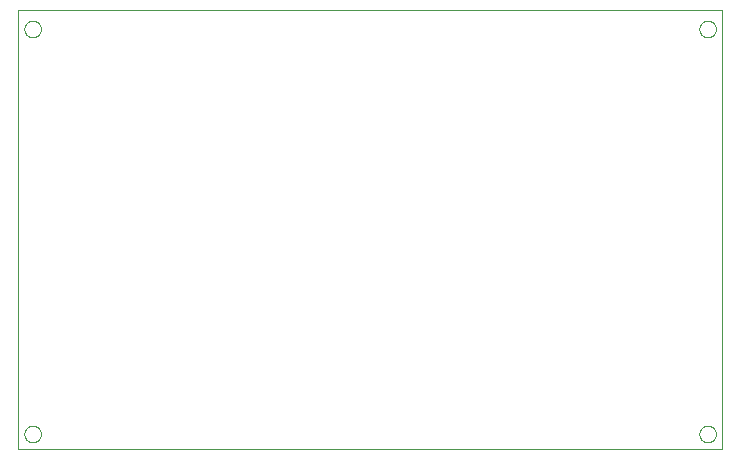
<source format=gko>
G75*
%MOIN*%
%OFA0B0*%
%FSLAX25Y25*%
%IPPOS*%
%LPD*%
%AMOC8*
5,1,8,0,0,1.08239X$1,22.5*
%
%ADD10C,0.00000*%
D10*
X0025955Y0001800D02*
X0025955Y0148001D01*
X0260876Y0148001D01*
X0260876Y0001800D01*
X0025955Y0001800D01*
X0028199Y0006800D02*
X0028201Y0006905D01*
X0028207Y0007010D01*
X0028217Y0007114D01*
X0028231Y0007218D01*
X0028249Y0007322D01*
X0028271Y0007424D01*
X0028296Y0007526D01*
X0028326Y0007627D01*
X0028359Y0007726D01*
X0028396Y0007824D01*
X0028437Y0007921D01*
X0028482Y0008016D01*
X0028530Y0008109D01*
X0028581Y0008201D01*
X0028637Y0008290D01*
X0028695Y0008377D01*
X0028757Y0008462D01*
X0028821Y0008545D01*
X0028889Y0008625D01*
X0028960Y0008702D01*
X0029034Y0008776D01*
X0029111Y0008848D01*
X0029190Y0008917D01*
X0029272Y0008982D01*
X0029356Y0009045D01*
X0029443Y0009104D01*
X0029532Y0009160D01*
X0029623Y0009213D01*
X0029716Y0009262D01*
X0029810Y0009307D01*
X0029906Y0009349D01*
X0030004Y0009387D01*
X0030103Y0009421D01*
X0030204Y0009452D01*
X0030305Y0009478D01*
X0030408Y0009501D01*
X0030511Y0009520D01*
X0030615Y0009535D01*
X0030719Y0009546D01*
X0030824Y0009553D01*
X0030929Y0009556D01*
X0031034Y0009555D01*
X0031139Y0009550D01*
X0031243Y0009541D01*
X0031347Y0009528D01*
X0031451Y0009511D01*
X0031554Y0009490D01*
X0031656Y0009465D01*
X0031757Y0009437D01*
X0031856Y0009404D01*
X0031955Y0009368D01*
X0032052Y0009328D01*
X0032147Y0009285D01*
X0032241Y0009237D01*
X0032333Y0009187D01*
X0032423Y0009133D01*
X0032511Y0009075D01*
X0032596Y0009014D01*
X0032679Y0008950D01*
X0032760Y0008883D01*
X0032838Y0008813D01*
X0032913Y0008739D01*
X0032985Y0008664D01*
X0033055Y0008585D01*
X0033121Y0008504D01*
X0033185Y0008420D01*
X0033245Y0008334D01*
X0033301Y0008246D01*
X0033355Y0008155D01*
X0033405Y0008063D01*
X0033451Y0007969D01*
X0033494Y0007873D01*
X0033533Y0007775D01*
X0033568Y0007677D01*
X0033599Y0007576D01*
X0033627Y0007475D01*
X0033651Y0007373D01*
X0033671Y0007270D01*
X0033687Y0007166D01*
X0033699Y0007062D01*
X0033707Y0006957D01*
X0033711Y0006852D01*
X0033711Y0006748D01*
X0033707Y0006643D01*
X0033699Y0006538D01*
X0033687Y0006434D01*
X0033671Y0006330D01*
X0033651Y0006227D01*
X0033627Y0006125D01*
X0033599Y0006024D01*
X0033568Y0005923D01*
X0033533Y0005825D01*
X0033494Y0005727D01*
X0033451Y0005631D01*
X0033405Y0005537D01*
X0033355Y0005445D01*
X0033301Y0005354D01*
X0033245Y0005266D01*
X0033185Y0005180D01*
X0033121Y0005096D01*
X0033055Y0005015D01*
X0032985Y0004936D01*
X0032913Y0004861D01*
X0032838Y0004787D01*
X0032760Y0004717D01*
X0032679Y0004650D01*
X0032596Y0004586D01*
X0032511Y0004525D01*
X0032423Y0004467D01*
X0032333Y0004413D01*
X0032241Y0004363D01*
X0032147Y0004315D01*
X0032052Y0004272D01*
X0031955Y0004232D01*
X0031856Y0004196D01*
X0031757Y0004163D01*
X0031656Y0004135D01*
X0031554Y0004110D01*
X0031451Y0004089D01*
X0031347Y0004072D01*
X0031243Y0004059D01*
X0031139Y0004050D01*
X0031034Y0004045D01*
X0030929Y0004044D01*
X0030824Y0004047D01*
X0030719Y0004054D01*
X0030615Y0004065D01*
X0030511Y0004080D01*
X0030408Y0004099D01*
X0030305Y0004122D01*
X0030204Y0004148D01*
X0030103Y0004179D01*
X0030004Y0004213D01*
X0029906Y0004251D01*
X0029810Y0004293D01*
X0029716Y0004338D01*
X0029623Y0004387D01*
X0029532Y0004440D01*
X0029443Y0004496D01*
X0029356Y0004555D01*
X0029272Y0004618D01*
X0029190Y0004683D01*
X0029111Y0004752D01*
X0029034Y0004824D01*
X0028960Y0004898D01*
X0028889Y0004975D01*
X0028821Y0005055D01*
X0028757Y0005138D01*
X0028695Y0005223D01*
X0028637Y0005310D01*
X0028581Y0005399D01*
X0028530Y0005491D01*
X0028482Y0005584D01*
X0028437Y0005679D01*
X0028396Y0005776D01*
X0028359Y0005874D01*
X0028326Y0005973D01*
X0028296Y0006074D01*
X0028271Y0006176D01*
X0028249Y0006278D01*
X0028231Y0006382D01*
X0028217Y0006486D01*
X0028207Y0006590D01*
X0028201Y0006695D01*
X0028199Y0006800D01*
X0253199Y0006800D02*
X0253201Y0006905D01*
X0253207Y0007010D01*
X0253217Y0007114D01*
X0253231Y0007218D01*
X0253249Y0007322D01*
X0253271Y0007424D01*
X0253296Y0007526D01*
X0253326Y0007627D01*
X0253359Y0007726D01*
X0253396Y0007824D01*
X0253437Y0007921D01*
X0253482Y0008016D01*
X0253530Y0008109D01*
X0253581Y0008201D01*
X0253637Y0008290D01*
X0253695Y0008377D01*
X0253757Y0008462D01*
X0253821Y0008545D01*
X0253889Y0008625D01*
X0253960Y0008702D01*
X0254034Y0008776D01*
X0254111Y0008848D01*
X0254190Y0008917D01*
X0254272Y0008982D01*
X0254356Y0009045D01*
X0254443Y0009104D01*
X0254532Y0009160D01*
X0254623Y0009213D01*
X0254716Y0009262D01*
X0254810Y0009307D01*
X0254906Y0009349D01*
X0255004Y0009387D01*
X0255103Y0009421D01*
X0255204Y0009452D01*
X0255305Y0009478D01*
X0255408Y0009501D01*
X0255511Y0009520D01*
X0255615Y0009535D01*
X0255719Y0009546D01*
X0255824Y0009553D01*
X0255929Y0009556D01*
X0256034Y0009555D01*
X0256139Y0009550D01*
X0256243Y0009541D01*
X0256347Y0009528D01*
X0256451Y0009511D01*
X0256554Y0009490D01*
X0256656Y0009465D01*
X0256757Y0009437D01*
X0256856Y0009404D01*
X0256955Y0009368D01*
X0257052Y0009328D01*
X0257147Y0009285D01*
X0257241Y0009237D01*
X0257333Y0009187D01*
X0257423Y0009133D01*
X0257511Y0009075D01*
X0257596Y0009014D01*
X0257679Y0008950D01*
X0257760Y0008883D01*
X0257838Y0008813D01*
X0257913Y0008739D01*
X0257985Y0008664D01*
X0258055Y0008585D01*
X0258121Y0008504D01*
X0258185Y0008420D01*
X0258245Y0008334D01*
X0258301Y0008246D01*
X0258355Y0008155D01*
X0258405Y0008063D01*
X0258451Y0007969D01*
X0258494Y0007873D01*
X0258533Y0007775D01*
X0258568Y0007677D01*
X0258599Y0007576D01*
X0258627Y0007475D01*
X0258651Y0007373D01*
X0258671Y0007270D01*
X0258687Y0007166D01*
X0258699Y0007062D01*
X0258707Y0006957D01*
X0258711Y0006852D01*
X0258711Y0006748D01*
X0258707Y0006643D01*
X0258699Y0006538D01*
X0258687Y0006434D01*
X0258671Y0006330D01*
X0258651Y0006227D01*
X0258627Y0006125D01*
X0258599Y0006024D01*
X0258568Y0005923D01*
X0258533Y0005825D01*
X0258494Y0005727D01*
X0258451Y0005631D01*
X0258405Y0005537D01*
X0258355Y0005445D01*
X0258301Y0005354D01*
X0258245Y0005266D01*
X0258185Y0005180D01*
X0258121Y0005096D01*
X0258055Y0005015D01*
X0257985Y0004936D01*
X0257913Y0004861D01*
X0257838Y0004787D01*
X0257760Y0004717D01*
X0257679Y0004650D01*
X0257596Y0004586D01*
X0257511Y0004525D01*
X0257423Y0004467D01*
X0257333Y0004413D01*
X0257241Y0004363D01*
X0257147Y0004315D01*
X0257052Y0004272D01*
X0256955Y0004232D01*
X0256856Y0004196D01*
X0256757Y0004163D01*
X0256656Y0004135D01*
X0256554Y0004110D01*
X0256451Y0004089D01*
X0256347Y0004072D01*
X0256243Y0004059D01*
X0256139Y0004050D01*
X0256034Y0004045D01*
X0255929Y0004044D01*
X0255824Y0004047D01*
X0255719Y0004054D01*
X0255615Y0004065D01*
X0255511Y0004080D01*
X0255408Y0004099D01*
X0255305Y0004122D01*
X0255204Y0004148D01*
X0255103Y0004179D01*
X0255004Y0004213D01*
X0254906Y0004251D01*
X0254810Y0004293D01*
X0254716Y0004338D01*
X0254623Y0004387D01*
X0254532Y0004440D01*
X0254443Y0004496D01*
X0254356Y0004555D01*
X0254272Y0004618D01*
X0254190Y0004683D01*
X0254111Y0004752D01*
X0254034Y0004824D01*
X0253960Y0004898D01*
X0253889Y0004975D01*
X0253821Y0005055D01*
X0253757Y0005138D01*
X0253695Y0005223D01*
X0253637Y0005310D01*
X0253581Y0005399D01*
X0253530Y0005491D01*
X0253482Y0005584D01*
X0253437Y0005679D01*
X0253396Y0005776D01*
X0253359Y0005874D01*
X0253326Y0005973D01*
X0253296Y0006074D01*
X0253271Y0006176D01*
X0253249Y0006278D01*
X0253231Y0006382D01*
X0253217Y0006486D01*
X0253207Y0006590D01*
X0253201Y0006695D01*
X0253199Y0006800D01*
X0253199Y0141800D02*
X0253201Y0141905D01*
X0253207Y0142010D01*
X0253217Y0142114D01*
X0253231Y0142218D01*
X0253249Y0142322D01*
X0253271Y0142424D01*
X0253296Y0142526D01*
X0253326Y0142627D01*
X0253359Y0142726D01*
X0253396Y0142824D01*
X0253437Y0142921D01*
X0253482Y0143016D01*
X0253530Y0143109D01*
X0253581Y0143201D01*
X0253637Y0143290D01*
X0253695Y0143377D01*
X0253757Y0143462D01*
X0253821Y0143545D01*
X0253889Y0143625D01*
X0253960Y0143702D01*
X0254034Y0143776D01*
X0254111Y0143848D01*
X0254190Y0143917D01*
X0254272Y0143982D01*
X0254356Y0144045D01*
X0254443Y0144104D01*
X0254532Y0144160D01*
X0254623Y0144213D01*
X0254716Y0144262D01*
X0254810Y0144307D01*
X0254906Y0144349D01*
X0255004Y0144387D01*
X0255103Y0144421D01*
X0255204Y0144452D01*
X0255305Y0144478D01*
X0255408Y0144501D01*
X0255511Y0144520D01*
X0255615Y0144535D01*
X0255719Y0144546D01*
X0255824Y0144553D01*
X0255929Y0144556D01*
X0256034Y0144555D01*
X0256139Y0144550D01*
X0256243Y0144541D01*
X0256347Y0144528D01*
X0256451Y0144511D01*
X0256554Y0144490D01*
X0256656Y0144465D01*
X0256757Y0144437D01*
X0256856Y0144404D01*
X0256955Y0144368D01*
X0257052Y0144328D01*
X0257147Y0144285D01*
X0257241Y0144237D01*
X0257333Y0144187D01*
X0257423Y0144133D01*
X0257511Y0144075D01*
X0257596Y0144014D01*
X0257679Y0143950D01*
X0257760Y0143883D01*
X0257838Y0143813D01*
X0257913Y0143739D01*
X0257985Y0143664D01*
X0258055Y0143585D01*
X0258121Y0143504D01*
X0258185Y0143420D01*
X0258245Y0143334D01*
X0258301Y0143246D01*
X0258355Y0143155D01*
X0258405Y0143063D01*
X0258451Y0142969D01*
X0258494Y0142873D01*
X0258533Y0142775D01*
X0258568Y0142677D01*
X0258599Y0142576D01*
X0258627Y0142475D01*
X0258651Y0142373D01*
X0258671Y0142270D01*
X0258687Y0142166D01*
X0258699Y0142062D01*
X0258707Y0141957D01*
X0258711Y0141852D01*
X0258711Y0141748D01*
X0258707Y0141643D01*
X0258699Y0141538D01*
X0258687Y0141434D01*
X0258671Y0141330D01*
X0258651Y0141227D01*
X0258627Y0141125D01*
X0258599Y0141024D01*
X0258568Y0140923D01*
X0258533Y0140825D01*
X0258494Y0140727D01*
X0258451Y0140631D01*
X0258405Y0140537D01*
X0258355Y0140445D01*
X0258301Y0140354D01*
X0258245Y0140266D01*
X0258185Y0140180D01*
X0258121Y0140096D01*
X0258055Y0140015D01*
X0257985Y0139936D01*
X0257913Y0139861D01*
X0257838Y0139787D01*
X0257760Y0139717D01*
X0257679Y0139650D01*
X0257596Y0139586D01*
X0257511Y0139525D01*
X0257423Y0139467D01*
X0257333Y0139413D01*
X0257241Y0139363D01*
X0257147Y0139315D01*
X0257052Y0139272D01*
X0256955Y0139232D01*
X0256856Y0139196D01*
X0256757Y0139163D01*
X0256656Y0139135D01*
X0256554Y0139110D01*
X0256451Y0139089D01*
X0256347Y0139072D01*
X0256243Y0139059D01*
X0256139Y0139050D01*
X0256034Y0139045D01*
X0255929Y0139044D01*
X0255824Y0139047D01*
X0255719Y0139054D01*
X0255615Y0139065D01*
X0255511Y0139080D01*
X0255408Y0139099D01*
X0255305Y0139122D01*
X0255204Y0139148D01*
X0255103Y0139179D01*
X0255004Y0139213D01*
X0254906Y0139251D01*
X0254810Y0139293D01*
X0254716Y0139338D01*
X0254623Y0139387D01*
X0254532Y0139440D01*
X0254443Y0139496D01*
X0254356Y0139555D01*
X0254272Y0139618D01*
X0254190Y0139683D01*
X0254111Y0139752D01*
X0254034Y0139824D01*
X0253960Y0139898D01*
X0253889Y0139975D01*
X0253821Y0140055D01*
X0253757Y0140138D01*
X0253695Y0140223D01*
X0253637Y0140310D01*
X0253581Y0140399D01*
X0253530Y0140491D01*
X0253482Y0140584D01*
X0253437Y0140679D01*
X0253396Y0140776D01*
X0253359Y0140874D01*
X0253326Y0140973D01*
X0253296Y0141074D01*
X0253271Y0141176D01*
X0253249Y0141278D01*
X0253231Y0141382D01*
X0253217Y0141486D01*
X0253207Y0141590D01*
X0253201Y0141695D01*
X0253199Y0141800D01*
X0028199Y0141800D02*
X0028201Y0141905D01*
X0028207Y0142010D01*
X0028217Y0142114D01*
X0028231Y0142218D01*
X0028249Y0142322D01*
X0028271Y0142424D01*
X0028296Y0142526D01*
X0028326Y0142627D01*
X0028359Y0142726D01*
X0028396Y0142824D01*
X0028437Y0142921D01*
X0028482Y0143016D01*
X0028530Y0143109D01*
X0028581Y0143201D01*
X0028637Y0143290D01*
X0028695Y0143377D01*
X0028757Y0143462D01*
X0028821Y0143545D01*
X0028889Y0143625D01*
X0028960Y0143702D01*
X0029034Y0143776D01*
X0029111Y0143848D01*
X0029190Y0143917D01*
X0029272Y0143982D01*
X0029356Y0144045D01*
X0029443Y0144104D01*
X0029532Y0144160D01*
X0029623Y0144213D01*
X0029716Y0144262D01*
X0029810Y0144307D01*
X0029906Y0144349D01*
X0030004Y0144387D01*
X0030103Y0144421D01*
X0030204Y0144452D01*
X0030305Y0144478D01*
X0030408Y0144501D01*
X0030511Y0144520D01*
X0030615Y0144535D01*
X0030719Y0144546D01*
X0030824Y0144553D01*
X0030929Y0144556D01*
X0031034Y0144555D01*
X0031139Y0144550D01*
X0031243Y0144541D01*
X0031347Y0144528D01*
X0031451Y0144511D01*
X0031554Y0144490D01*
X0031656Y0144465D01*
X0031757Y0144437D01*
X0031856Y0144404D01*
X0031955Y0144368D01*
X0032052Y0144328D01*
X0032147Y0144285D01*
X0032241Y0144237D01*
X0032333Y0144187D01*
X0032423Y0144133D01*
X0032511Y0144075D01*
X0032596Y0144014D01*
X0032679Y0143950D01*
X0032760Y0143883D01*
X0032838Y0143813D01*
X0032913Y0143739D01*
X0032985Y0143664D01*
X0033055Y0143585D01*
X0033121Y0143504D01*
X0033185Y0143420D01*
X0033245Y0143334D01*
X0033301Y0143246D01*
X0033355Y0143155D01*
X0033405Y0143063D01*
X0033451Y0142969D01*
X0033494Y0142873D01*
X0033533Y0142775D01*
X0033568Y0142677D01*
X0033599Y0142576D01*
X0033627Y0142475D01*
X0033651Y0142373D01*
X0033671Y0142270D01*
X0033687Y0142166D01*
X0033699Y0142062D01*
X0033707Y0141957D01*
X0033711Y0141852D01*
X0033711Y0141748D01*
X0033707Y0141643D01*
X0033699Y0141538D01*
X0033687Y0141434D01*
X0033671Y0141330D01*
X0033651Y0141227D01*
X0033627Y0141125D01*
X0033599Y0141024D01*
X0033568Y0140923D01*
X0033533Y0140825D01*
X0033494Y0140727D01*
X0033451Y0140631D01*
X0033405Y0140537D01*
X0033355Y0140445D01*
X0033301Y0140354D01*
X0033245Y0140266D01*
X0033185Y0140180D01*
X0033121Y0140096D01*
X0033055Y0140015D01*
X0032985Y0139936D01*
X0032913Y0139861D01*
X0032838Y0139787D01*
X0032760Y0139717D01*
X0032679Y0139650D01*
X0032596Y0139586D01*
X0032511Y0139525D01*
X0032423Y0139467D01*
X0032333Y0139413D01*
X0032241Y0139363D01*
X0032147Y0139315D01*
X0032052Y0139272D01*
X0031955Y0139232D01*
X0031856Y0139196D01*
X0031757Y0139163D01*
X0031656Y0139135D01*
X0031554Y0139110D01*
X0031451Y0139089D01*
X0031347Y0139072D01*
X0031243Y0139059D01*
X0031139Y0139050D01*
X0031034Y0139045D01*
X0030929Y0139044D01*
X0030824Y0139047D01*
X0030719Y0139054D01*
X0030615Y0139065D01*
X0030511Y0139080D01*
X0030408Y0139099D01*
X0030305Y0139122D01*
X0030204Y0139148D01*
X0030103Y0139179D01*
X0030004Y0139213D01*
X0029906Y0139251D01*
X0029810Y0139293D01*
X0029716Y0139338D01*
X0029623Y0139387D01*
X0029532Y0139440D01*
X0029443Y0139496D01*
X0029356Y0139555D01*
X0029272Y0139618D01*
X0029190Y0139683D01*
X0029111Y0139752D01*
X0029034Y0139824D01*
X0028960Y0139898D01*
X0028889Y0139975D01*
X0028821Y0140055D01*
X0028757Y0140138D01*
X0028695Y0140223D01*
X0028637Y0140310D01*
X0028581Y0140399D01*
X0028530Y0140491D01*
X0028482Y0140584D01*
X0028437Y0140679D01*
X0028396Y0140776D01*
X0028359Y0140874D01*
X0028326Y0140973D01*
X0028296Y0141074D01*
X0028271Y0141176D01*
X0028249Y0141278D01*
X0028231Y0141382D01*
X0028217Y0141486D01*
X0028207Y0141590D01*
X0028201Y0141695D01*
X0028199Y0141800D01*
M02*

</source>
